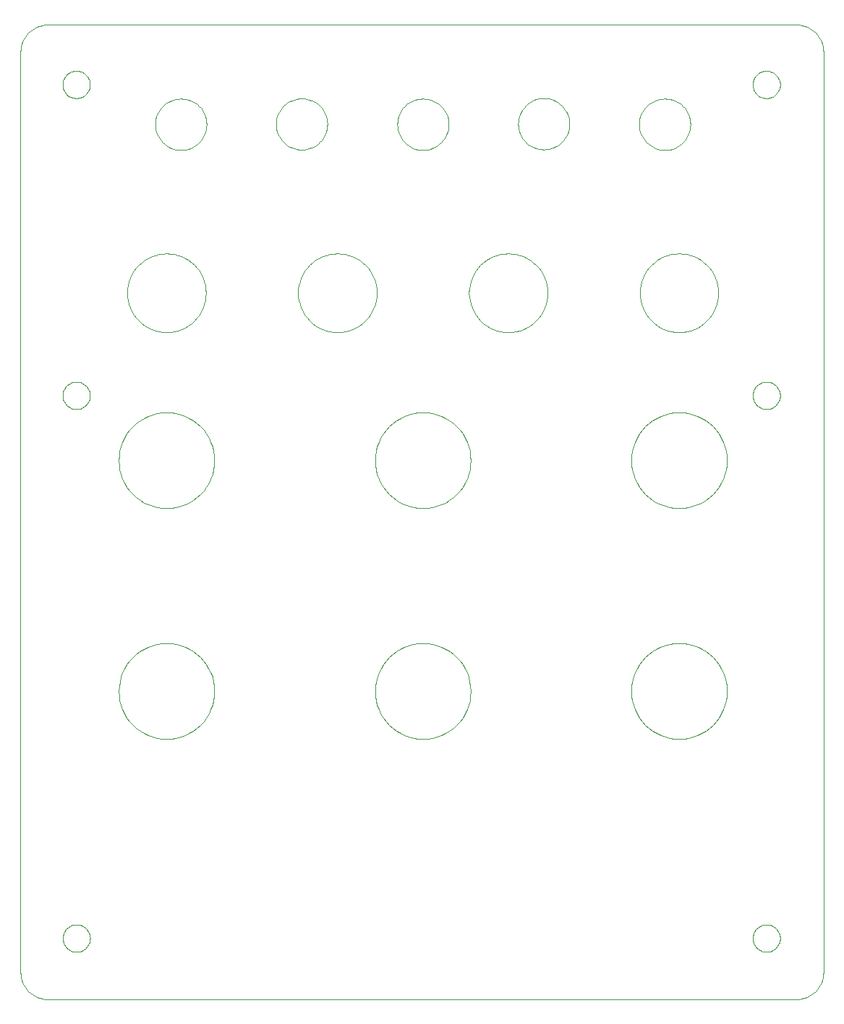
<source format=gbr>
G04 #@! TF.GenerationSoftware,KiCad,Pcbnew,(5.1.2)-2*
G04 #@! TF.CreationDate,2021-03-25T17:04:22+00:00*
G04 #@! TF.ProjectId,pclone2,70636c6f-6e65-4322-9e6b-696361645f70,rev?*
G04 #@! TF.SameCoordinates,Original*
G04 #@! TF.FileFunction,Profile,NP*
%FSLAX46Y46*%
G04 Gerber Fmt 4.6, Leading zero omitted, Abs format (unit mm)*
G04 Created by KiCad (PCBNEW (5.1.2)-2) date 2021-03-25 17:04:22*
%MOMM*%
%LPD*%
G04 APERTURE LIST*
%ADD10C,0.100000*%
G04 APERTURE END LIST*
D10*
X-43695410Y57100006D02*
X43895410Y57100006D01*
X43895410Y57100006D02*
X44223967Y57083648D01*
X44223967Y57083648D02*
X44542825Y57035623D01*
X44542825Y57035623D02*
X44850398Y56957507D01*
X44850398Y56957507D02*
X45145100Y56850872D01*
X45145100Y56850872D02*
X45425344Y56717295D01*
X45425344Y56717295D02*
X45689542Y56558349D01*
X45689542Y56558349D02*
X45936110Y56375608D01*
X45936110Y56375608D02*
X46163459Y56170648D01*
X46163459Y56170648D02*
X46370003Y55945043D01*
X46370003Y55945043D02*
X46554156Y55700367D01*
X46554156Y55700367D02*
X46714330Y55438195D01*
X46714330Y55438195D02*
X46848940Y55160101D01*
X46848940Y55160101D02*
X46956399Y54867660D01*
X46956399Y54867660D02*
X47035119Y54562445D01*
X47035119Y54562445D02*
X47083509Y54246033D01*
X47083509Y54246033D02*
X47100000Y53919996D01*
X47100000Y53919996D02*
X47100000Y-53719990D01*
X47100000Y-53719990D02*
X47083520Y-54046030D01*
X47083520Y-54046030D02*
X47035130Y-54362440D01*
X-34444696Y-17732840D02*
X-34122320Y-17301734D01*
X-34122320Y-17301734D02*
X-33760886Y-16904056D01*
X-33760886Y-16904056D02*
X-33363208Y-16542621D01*
X-33363208Y-16542621D02*
X-32932101Y-16220246D01*
X-32932101Y-16220246D02*
X-32470380Y-15939744D01*
X-32470380Y-15939744D02*
X-31980861Y-15703930D01*
X-31980861Y-15703930D02*
X-31466357Y-15515619D01*
X-31466357Y-15515619D02*
X-30929683Y-15377626D01*
X-30929683Y-15377626D02*
X-30373655Y-15292766D01*
X-30373655Y-15292766D02*
X-29801088Y-15263856D01*
X-29801088Y-15263856D02*
X-29228521Y-15292766D01*
X-29228521Y-15292766D02*
X-28672493Y-15377626D01*
X-28672493Y-15377626D02*
X-28135819Y-15515619D01*
X-28135819Y-15515619D02*
X-27621316Y-15703930D01*
X-27621316Y-15703930D02*
X-27131796Y-15939744D01*
X-27131796Y-15939744D02*
X-26670075Y-16220246D01*
X-26670075Y-16220246D02*
X-26238968Y-16542621D01*
X-26238968Y-16542621D02*
X-25841290Y-16904056D01*
X-25841290Y-16904056D02*
X-25479856Y-17301734D01*
X-25479856Y-17301734D02*
X-25157480Y-17732840D01*
X-25157480Y-17732840D02*
X-24876978Y-18194561D01*
X-24876978Y-18194561D02*
X-24641164Y-18684081D01*
X-24641164Y-18684081D02*
X-24452853Y-19198585D01*
X-24452853Y-19198585D02*
X-24314860Y-19735258D01*
X-24314860Y-19735258D02*
X-24230000Y-20291286D01*
X-24230000Y-20291286D02*
X-24201090Y-20863853D01*
X-24201090Y-20863853D02*
X-24201090Y-20863853D01*
X-24201090Y-20863853D02*
X-24201100Y-20863853D01*
X42023401Y13735546D02*
X42015601Y13577406D01*
X42015601Y13577406D02*
X41992401Y13421944D01*
X41992401Y13421944D02*
X41954271Y13270210D01*
X41954271Y13270210D02*
X41901641Y13123252D01*
X41901641Y13123252D02*
X41834941Y12982121D01*
X41834941Y12982121D02*
X41754611Y12847865D01*
X41754611Y12847865D02*
X41661091Y12721533D01*
X41661091Y12721533D02*
X41554805Y12604175D01*
X41554805Y12604175D02*
X41437447Y12497889D01*
X41437447Y12497889D02*
X41311115Y12404369D01*
X41311115Y12404369D02*
X41176859Y12324039D01*
X41176859Y12324039D02*
X41035728Y12257339D01*
X41035728Y12257339D02*
X40888770Y12204709D01*
X40888770Y12204709D02*
X40737036Y12166579D01*
X40737036Y12166579D02*
X40581574Y12143379D01*
X40581574Y12143379D02*
X40423434Y12135579D01*
X40423434Y12135579D02*
X40265294Y12143379D01*
X40265294Y12143379D02*
X40109832Y12166579D01*
X40109832Y12166579D02*
X39958098Y12204709D01*
X39958098Y12204709D02*
X39811140Y12257339D01*
X39811140Y12257339D02*
X39670009Y12324039D01*
X39670009Y12324039D02*
X39535753Y12404369D01*
X39535753Y12404369D02*
X39409421Y12497889D01*
X39409421Y12497889D02*
X39292063Y12604175D01*
X39292063Y12604175D02*
X39185777Y12721533D01*
X39185777Y12721533D02*
X39092257Y12847865D01*
X39092257Y12847865D02*
X39011927Y12982121D01*
X39011927Y12982121D02*
X38945227Y13123252D01*
X38945227Y13123252D02*
X38892597Y13270210D01*
X38892597Y13270210D02*
X38854467Y13421944D01*
X38854467Y13421944D02*
X38831267Y13577406D01*
X38831267Y13577406D02*
X38823467Y13735546D01*
X38823467Y13735546D02*
X38831267Y13893686D01*
X38831267Y13893686D02*
X38854467Y14049148D01*
X38854467Y14049148D02*
X38892597Y14200882D01*
X38892597Y14200882D02*
X38945227Y14347840D01*
X38945227Y14347840D02*
X39011927Y14488971D01*
X39011927Y14488971D02*
X39092257Y14623227D01*
X39092257Y14623227D02*
X39185777Y14749559D01*
X39185777Y14749559D02*
X39292063Y14866917D01*
X39292063Y14866917D02*
X39409421Y14973203D01*
X39409421Y14973203D02*
X39535753Y15066723D01*
X39535753Y15066723D02*
X39670009Y15147053D01*
X39670009Y15147053D02*
X39811140Y15213753D01*
X39811140Y15213753D02*
X39958098Y15266383D01*
X39958098Y15266383D02*
X40109832Y15304513D01*
X40109832Y15304513D02*
X40265294Y15327713D01*
X40265294Y15327713D02*
X40423434Y15335513D01*
X40423434Y15335513D02*
X40581574Y15327713D01*
X40581574Y15327713D02*
X40737036Y15304513D01*
X40737036Y15304513D02*
X40888770Y15266383D01*
X40888770Y15266383D02*
X41035728Y15213753D01*
X41035728Y15213753D02*
X41176859Y15147053D01*
X41176859Y15147053D02*
X41311115Y15066723D01*
X41311115Y15066723D02*
X41437447Y14973203D01*
X41437447Y14973203D02*
X41554805Y14866917D01*
X41554805Y14866917D02*
X41661091Y14749559D01*
X41661091Y14749559D02*
X41754611Y14623227D01*
X41754611Y14623227D02*
X41834941Y14488971D01*
X41834941Y14488971D02*
X41901641Y14347840D01*
X41901641Y14347840D02*
X41954271Y14200882D01*
X41954271Y14200882D02*
X41992401Y14049148D01*
X41992401Y14049148D02*
X42015601Y13893686D01*
X42015601Y13893686D02*
X42023401Y13735546D01*
X42023401Y13735546D02*
X42023401Y13735546D01*
X42023401Y13735546D02*
X42023401Y13735546D01*
X42023401Y-49765550D02*
X42015601Y-49923690D01*
X42015601Y-49923690D02*
X41992401Y-50079150D01*
X41992401Y-50079150D02*
X41954271Y-50230890D01*
X41954271Y-50230890D02*
X41901641Y-50377840D01*
X41901641Y-50377840D02*
X41834941Y-50518970D01*
X41834941Y-50518970D02*
X41754611Y-50653230D01*
X41754611Y-50653230D02*
X41661091Y-50779560D01*
X41661091Y-50779560D02*
X41554805Y-50896920D01*
X41554805Y-50896920D02*
X41437447Y-51003210D01*
X41437447Y-51003210D02*
X41311115Y-51096710D01*
X41311115Y-51096710D02*
X41176859Y-51177010D01*
X41176859Y-51177010D02*
X41035728Y-51243710D01*
X41035728Y-51243710D02*
X40888770Y-51296310D01*
X40888770Y-51296310D02*
X40737036Y-51334410D01*
X40737036Y-51334410D02*
X40581574Y-51357610D01*
X40581574Y-51357610D02*
X40423434Y-51365610D01*
X40423434Y-51365610D02*
X40265294Y-51357610D01*
X40265294Y-51357610D02*
X40109832Y-51334410D01*
X40109832Y-51334410D02*
X39958098Y-51296310D01*
X39958098Y-51296310D02*
X39811140Y-51243710D01*
X39811140Y-51243710D02*
X39670009Y-51177010D01*
X39670009Y-51177010D02*
X39535753Y-51096710D01*
X39535753Y-51096710D02*
X39409421Y-51003210D01*
X39409421Y-51003210D02*
X39292063Y-50896920D01*
X39292063Y-50896920D02*
X39185777Y-50779560D01*
X39185777Y-50779560D02*
X39092257Y-50653230D01*
X39092257Y-50653230D02*
X39011927Y-50518970D01*
X39011927Y-50518970D02*
X38945227Y-50377840D01*
X38945227Y-50377840D02*
X38892597Y-50230890D01*
X38892597Y-50230890D02*
X38854467Y-50079150D01*
X38854467Y-50079150D02*
X38831267Y-49923690D01*
X38831267Y-49923690D02*
X38823467Y-49765550D01*
X38823467Y-49765550D02*
X38831267Y-49607410D01*
X38831267Y-49607410D02*
X38854467Y-49451950D01*
X38854467Y-49451950D02*
X38892597Y-49300210D01*
X38892597Y-49300210D02*
X38945227Y-49153260D01*
X38945227Y-49153260D02*
X39011927Y-49012130D01*
X39011927Y-49012130D02*
X39092257Y-48877870D01*
X39092257Y-48877870D02*
X39185777Y-48751540D01*
X39185777Y-48751540D02*
X39292063Y-48634180D01*
X39292063Y-48634180D02*
X39409421Y-48527890D01*
X39409421Y-48527890D02*
X39535753Y-48434390D01*
X39535753Y-48434390D02*
X39670009Y-48354090D01*
X39670009Y-48354090D02*
X39811140Y-48287390D01*
X39811140Y-48287390D02*
X39958098Y-48234790D01*
X39958098Y-48234790D02*
X40109832Y-48196690D01*
X40109832Y-48196690D02*
X40265294Y-48173490D01*
X40265294Y-48173490D02*
X40423434Y-48165490D01*
X40423434Y-48165490D02*
X40581574Y-48173490D01*
X40581574Y-48173490D02*
X40737036Y-48196690D01*
X40737036Y-48196690D02*
X40888770Y-48234790D01*
X40888770Y-48234790D02*
X41035728Y-48287390D01*
X41035728Y-48287390D02*
X41176859Y-48354090D01*
X41176859Y-48354090D02*
X41311115Y-48434390D01*
X41311115Y-48434390D02*
X41437447Y-48527890D01*
X41437447Y-48527890D02*
X41554805Y-48634180D01*
X41554805Y-48634180D02*
X41661091Y-48751540D01*
X41661091Y-48751540D02*
X41754611Y-48877870D01*
X41754611Y-48877870D02*
X41834941Y-49012130D01*
X41834941Y-49012130D02*
X41901641Y-49153260D01*
X41901641Y-49153260D02*
X41954271Y-49300210D01*
X41954271Y-49300210D02*
X41992401Y-49451950D01*
X41992401Y-49451950D02*
X42015601Y-49607410D01*
X42015601Y-49607410D02*
X42023401Y-49765550D01*
X42023401Y-49765550D02*
X42023401Y-49765550D01*
X42023401Y-49765550D02*
X42023401Y-49765550D01*
X-38755600Y-49765550D02*
X-38763430Y-49923690D01*
X-38763430Y-49923690D02*
X-38786628Y-50079150D01*
X-38786628Y-50079150D02*
X-38824762Y-50230890D01*
X-38824762Y-50230890D02*
X-38877393Y-50377840D01*
X-38877393Y-50377840D02*
X-38944091Y-50518970D01*
X-38944091Y-50518970D02*
X-39024420Y-50653230D01*
X-39024420Y-50653230D02*
X-39117945Y-50779560D01*
X-39117945Y-50779560D02*
X-39224230Y-50896920D01*
X-39224230Y-50896920D02*
X-39341589Y-51003210D01*
X-39341589Y-51003210D02*
X-39467920Y-51096710D01*
X-39467920Y-51096710D02*
X-39602176Y-51177010D01*
X-39602176Y-51177010D02*
X-39743308Y-51243710D01*
X-39743308Y-51243710D02*
X-39890265Y-51296310D01*
X-39890265Y-51296310D02*
X-40041999Y-51334410D01*
X-40041999Y-51334410D02*
X-40197461Y-51357610D01*
X-40197461Y-51357610D02*
X-40355601Y-51365610D01*
X-40355601Y-51365610D02*
X-40513742Y-51357610D01*
X-40513742Y-51357610D02*
X-40669203Y-51334410D01*
X-40669203Y-51334410D02*
X-40820937Y-51296310D01*
X-40820937Y-51296310D02*
X-40967895Y-51243710D01*
X-40967895Y-51243710D02*
X-41109026Y-51177010D01*
X-41109026Y-51177010D02*
X-41243282Y-51096710D01*
X-41243282Y-51096710D02*
X-41369614Y-51003210D01*
X-41369614Y-51003210D02*
X-41486972Y-50896920D01*
X-41486972Y-50896920D02*
X-41593258Y-50779560D01*
X-41593258Y-50779560D02*
X-41686783Y-50653230D01*
X-41686783Y-50653230D02*
X-41767111Y-50518970D01*
X-41767111Y-50518970D02*
X-41833809Y-50377840D01*
X-41833809Y-50377840D02*
X-41886441Y-50230890D01*
X-41886441Y-50230890D02*
X-41924574Y-50079150D01*
X-41924574Y-50079150D02*
X-41947772Y-49923690D01*
X-41947772Y-49923690D02*
X-41955602Y-49765550D01*
X-41955602Y-49765550D02*
X-41947772Y-49607410D01*
X-41947772Y-49607410D02*
X-41924574Y-49451950D01*
X-41924574Y-49451950D02*
X-41886441Y-49300210D01*
X-41886441Y-49300210D02*
X-41833809Y-49153260D01*
X-41833809Y-49153260D02*
X-41767111Y-49012130D01*
X-41767111Y-49012130D02*
X-41686783Y-48877870D01*
X-41686783Y-48877870D02*
X-41593258Y-48751540D01*
X-41593258Y-48751540D02*
X-41486972Y-48634180D01*
X-41486972Y-48634180D02*
X-41369614Y-48527890D01*
X-41369614Y-48527890D02*
X-41243282Y-48434390D01*
X-41243282Y-48434390D02*
X-41109026Y-48354090D01*
X-41109026Y-48354090D02*
X-40967895Y-48287390D01*
X-40967895Y-48287390D02*
X-40820937Y-48234790D01*
X-40820937Y-48234790D02*
X-40669203Y-48196690D01*
X-40669203Y-48196690D02*
X-40513742Y-48173490D01*
X-40513742Y-48173490D02*
X-40355601Y-48165490D01*
X-40355601Y-48165490D02*
X-40197461Y-48173490D01*
X-40197461Y-48173490D02*
X-40041999Y-48196690D01*
X-40041999Y-48196690D02*
X-39890265Y-48234790D01*
X-39890265Y-48234790D02*
X-39743308Y-48287390D01*
X-39743308Y-48287390D02*
X-39602176Y-48354090D01*
X-39602176Y-48354090D02*
X-39467920Y-48434390D01*
X-39467920Y-48434390D02*
X-39341589Y-48527890D01*
X-39341589Y-48527890D02*
X-39224230Y-48634180D01*
X-39224230Y-48634180D02*
X-39117945Y-48751540D01*
X-39117945Y-48751540D02*
X-39024420Y-48877870D01*
X-39024420Y-48877870D02*
X-38944091Y-49012130D01*
X-38944091Y-49012130D02*
X-38877393Y-49153260D01*
X-38877393Y-49153260D02*
X-38824762Y-49300210D01*
X-38824762Y-49300210D02*
X-38786628Y-49451950D01*
X-38786628Y-49451950D02*
X-38763430Y-49607410D01*
X-38763430Y-49607410D02*
X-38755600Y-49765550D01*
X-38755600Y-49765550D02*
X-38755600Y-49765550D01*
X-38755600Y-49765550D02*
X-38755600Y-49765550D01*
X-38776701Y13735546D02*
X-38784531Y13577406D01*
X-38784531Y13577406D02*
X-38807728Y13421944D01*
X-38807728Y13421944D02*
X-38845861Y13270210D01*
X-38845861Y13270210D02*
X-38898494Y13123253D01*
X-38898494Y13123253D02*
X-38965192Y12982121D01*
X-38965192Y12982121D02*
X-39045519Y12847865D01*
X-39045519Y12847865D02*
X-39139044Y12721533D01*
X-39139044Y12721533D02*
X-39245330Y12604175D01*
X-39245330Y12604175D02*
X-39362689Y12497889D01*
X-39362689Y12497889D02*
X-39489020Y12404369D01*
X-39489020Y12404369D02*
X-39623277Y12324039D01*
X-39623277Y12324039D02*
X-39764408Y12257339D01*
X-39764408Y12257339D02*
X-39911365Y12204709D01*
X-39911365Y12204709D02*
X-40063099Y12166579D01*
X-40063099Y12166579D02*
X-40218561Y12143379D01*
X-40218561Y12143379D02*
X-40376701Y12135579D01*
X-40376701Y12135579D02*
X-40534841Y12143379D01*
X-40534841Y12143379D02*
X-40690303Y12166579D01*
X-40690303Y12166579D02*
X-40842037Y12204709D01*
X-40842037Y12204709D02*
X-40988995Y12257339D01*
X-40988995Y12257339D02*
X-41130126Y12324039D01*
X-41130126Y12324039D02*
X-41264381Y12404365D01*
X-41264381Y12404365D02*
X-41390713Y12497889D01*
X-41390713Y12497889D02*
X-41508071Y12604175D01*
X-41508071Y12604175D02*
X-41614357Y12721533D01*
X-41614357Y12721533D02*
X-41707882Y12847865D01*
X-41707882Y12847865D02*
X-41788210Y12982121D01*
X-41788210Y12982121D02*
X-41854908Y13123253D01*
X-41854908Y13123253D02*
X-41907540Y13270210D01*
X-41907540Y13270210D02*
X-41945673Y13421944D01*
X-41945673Y13421944D02*
X-41968871Y13577406D01*
X-41968871Y13577406D02*
X-41976701Y13735546D01*
X-41976701Y13735546D02*
X-41968871Y13893686D01*
X-41968871Y13893686D02*
X-41945673Y14049148D01*
X-41945673Y14049148D02*
X-41907540Y14200882D01*
X-41907540Y14200882D02*
X-41854908Y14347839D01*
X-41854908Y14347839D02*
X-41788210Y14488971D01*
X-41788210Y14488971D02*
X-41707882Y14623227D01*
X-41707882Y14623227D02*
X-41614357Y14749559D01*
X-41614357Y14749559D02*
X-41508071Y14866917D01*
X-41508071Y14866917D02*
X-41390713Y14973203D01*
X-41390713Y14973203D02*
X-41264381Y15066723D01*
X-41264381Y15066723D02*
X-41130125Y15147053D01*
X-41130125Y15147053D02*
X-40988994Y15213753D01*
X-40988994Y15213753D02*
X-40842036Y15266383D01*
X-40842036Y15266383D02*
X-40690302Y15304513D01*
X-40690302Y15304513D02*
X-40534841Y15327713D01*
X-40534841Y15327713D02*
X-40376700Y15335513D01*
X-40376700Y15335513D02*
X-40218560Y15327713D01*
X-40218560Y15327713D02*
X-40063098Y15304513D01*
X-40063098Y15304513D02*
X-39911364Y15266383D01*
X-39911364Y15266383D02*
X-39764407Y15213753D01*
X-39764407Y15213753D02*
X-39623276Y15147053D01*
X-39623276Y15147053D02*
X-39489019Y15066723D01*
X-39489019Y15066723D02*
X-39362688Y14973203D01*
X-39362688Y14973203D02*
X-39245329Y14866917D01*
X-39245329Y14866917D02*
X-39139044Y14749559D01*
X-39139044Y14749559D02*
X-39045519Y14623227D01*
X-39045519Y14623227D02*
X-38965191Y14488971D01*
X-38965191Y14488971D02*
X-38898493Y14347839D01*
X-38898493Y14347839D02*
X-38845861Y14200882D01*
X-38845861Y14200882D02*
X-38807728Y14049148D01*
X-38807728Y14049148D02*
X-38784530Y13893686D01*
X-38784530Y13893686D02*
X-38776700Y13735546D01*
X-38776700Y13735546D02*
X-38776700Y13735546D01*
X-38776700Y13735546D02*
X-38776701Y13735546D01*
X-38777000Y50099947D02*
X-38784830Y49941806D01*
X-38784830Y49941806D02*
X-38808028Y49786344D01*
X-38808028Y49786344D02*
X-38846161Y49634610D01*
X-38846161Y49634610D02*
X-38898793Y49487653D01*
X-38898793Y49487653D02*
X-38965491Y49346522D01*
X-38965491Y49346522D02*
X-39045819Y49212266D01*
X-39045819Y49212266D02*
X-39139344Y49085934D01*
X-39139344Y49085934D02*
X-39245629Y48968576D01*
X-39245629Y48968576D02*
X-39362988Y48862290D01*
X-39362988Y48862290D02*
X-39489320Y48768765D01*
X-39489320Y48768765D02*
X-39623576Y48688437D01*
X-39623576Y48688437D02*
X-39764707Y48621739D01*
X-39764707Y48621739D02*
X-39911664Y48569107D01*
X-39911664Y48569107D02*
X-40063398Y48530974D01*
X-40063398Y48530974D02*
X-40218860Y48507776D01*
X-40218860Y48507776D02*
X-40377000Y48499947D01*
X-40377000Y48499947D02*
X-40535141Y48507776D01*
X-40535141Y48507776D02*
X-40690602Y48530974D01*
X-40690602Y48530974D02*
X-40842337Y48569107D01*
X-40842337Y48569107D02*
X-40989294Y48621739D01*
X-40989294Y48621739D02*
X-41130425Y48688437D01*
X-41130425Y48688437D02*
X-41264681Y48768765D01*
X-41264681Y48768765D02*
X-41391013Y48862290D01*
X-41391013Y48862290D02*
X-41508371Y48968576D01*
X-41508371Y48968576D02*
X-41614657Y49085934D01*
X-41614657Y49085934D02*
X-41708181Y49212266D01*
X-41708181Y49212266D02*
X-41788510Y49346522D01*
X-41788510Y49346522D02*
X-41855207Y49487653D01*
X-41855207Y49487653D02*
X-41907840Y49634610D01*
X-41907840Y49634610D02*
X-41945973Y49786344D01*
X-41945973Y49786344D02*
X-41969171Y49941806D01*
X-41969171Y49941806D02*
X-41977000Y50099947D01*
X-41977000Y50099947D02*
X-41969171Y50258087D01*
X-41969171Y50258087D02*
X-41945973Y50413549D01*
X-41945973Y50413549D02*
X-41907840Y50565283D01*
X-41907840Y50565283D02*
X-41855207Y50712240D01*
X-41855207Y50712240D02*
X-41788510Y50853371D01*
X-41788510Y50853371D02*
X-41708181Y50987627D01*
X-41708181Y50987627D02*
X-41614657Y51113959D01*
X-41614657Y51113959D02*
X-41508371Y51231317D01*
X-41508371Y51231317D02*
X-41391013Y51337603D01*
X-41391013Y51337603D02*
X-41264681Y51431128D01*
X-41264681Y51431128D02*
X-41130425Y51511456D01*
X-41130425Y51511456D02*
X-40989294Y51578154D01*
X-40989294Y51578154D02*
X-40842337Y51630786D01*
X-40842337Y51630786D02*
X-40690602Y51668919D01*
X-40690602Y51668919D02*
X-40535141Y51692117D01*
X-40535141Y51692117D02*
X-40377000Y51699947D01*
X-40377000Y51699947D02*
X-40218860Y51692117D01*
X-40218860Y51692117D02*
X-40063398Y51668919D01*
X-40063398Y51668919D02*
X-39911664Y51630786D01*
X-39911664Y51630786D02*
X-39764707Y51578154D01*
X-39764707Y51578154D02*
X-39623576Y51511456D01*
X-39623576Y51511456D02*
X-39489320Y51431128D01*
X-39489320Y51431128D02*
X-39362988Y51337604D01*
X-39362988Y51337604D02*
X-39245629Y51231318D01*
X-39245629Y51231318D02*
X-39139344Y51113960D01*
X-39139344Y51113960D02*
X-39045820Y50987628D01*
X-39045820Y50987628D02*
X-38965492Y50853372D01*
X-38965492Y50853372D02*
X-38898794Y50712241D01*
X-38898794Y50712241D02*
X-38846162Y50565283D01*
X-38846162Y50565283D02*
X-38808029Y50413549D01*
X-38808029Y50413549D02*
X-38784831Y50258088D01*
X-38784831Y50258088D02*
X-38777001Y50099947D01*
X-38777001Y50099947D02*
X-38777001Y50099947D01*
X-38777001Y50099947D02*
X-38777000Y50099947D01*
X42022996Y50099947D02*
X42014696Y49936356D01*
X42014696Y49936356D02*
X41990446Y49777491D01*
X41990446Y49777491D02*
X41951016Y49624156D01*
X41951016Y49624156D02*
X41897216Y49477155D01*
X41897216Y49477155D02*
X41829846Y49337292D01*
X41829846Y49337292D02*
X41749706Y49205372D01*
X41749706Y49205372D02*
X41554332Y48968576D01*
X41554332Y48968576D02*
X41317537Y48773202D01*
X41317537Y48773202D02*
X41185617Y48693058D01*
X41185617Y48693058D02*
X41045754Y48625683D01*
X41045754Y48625683D02*
X40898753Y48571880D01*
X40898753Y48571880D02*
X40745418Y48532453D01*
X40745418Y48532453D02*
X40586553Y48508207D01*
X40586553Y48508207D02*
X40422962Y48499947D01*
X40422962Y48499947D02*
X40264822Y48507777D01*
X40264822Y48507777D02*
X40109395Y48530974D01*
X40109395Y48530974D02*
X39957661Y48569107D01*
X39957661Y48569107D02*
X39810704Y48621739D01*
X39810704Y48621739D02*
X39669572Y48688437D01*
X39669572Y48688437D02*
X39535316Y48768765D01*
X39535316Y48768765D02*
X39408984Y48862290D01*
X39408984Y48862290D02*
X39291626Y48968576D01*
X39291626Y48968576D02*
X39185340Y49085934D01*
X39185340Y49085934D02*
X39091816Y49212266D01*
X39091816Y49212266D02*
X39011487Y49346522D01*
X39011487Y49346522D02*
X38944790Y49487653D01*
X38944790Y49487653D02*
X38892160Y49634610D01*
X38892160Y49634610D02*
X38854030Y49786344D01*
X38854030Y49786344D02*
X38830830Y49941806D01*
X38830830Y49941806D02*
X38823030Y50099947D01*
X38823030Y50099947D02*
X38830830Y50258087D01*
X38830830Y50258087D02*
X38854030Y50413549D01*
X38854030Y50413549D02*
X38892160Y50565283D01*
X38892160Y50565283D02*
X38944790Y50712240D01*
X38944790Y50712240D02*
X39011490Y50853371D01*
X39011490Y50853371D02*
X39091820Y50987627D01*
X39091820Y50987627D02*
X39185340Y51113959D01*
X39185340Y51113959D02*
X39291626Y51231317D01*
X39291626Y51231317D02*
X39408984Y51337603D01*
X39408984Y51337603D02*
X39535316Y51431128D01*
X39535316Y51431128D02*
X39669572Y51511456D01*
X39669572Y51511456D02*
X39810704Y51578154D01*
X39810704Y51578154D02*
X39957661Y51630786D01*
X39957661Y51630786D02*
X40109395Y51668919D01*
X40109395Y51668919D02*
X40264857Y51692117D01*
X40264857Y51692117D02*
X40422997Y51699947D01*
X40422997Y51699947D02*
X40586588Y51691687D01*
X40586588Y51691687D02*
X40745453Y51667441D01*
X40745453Y51667441D02*
X40898788Y51628015D01*
X40898788Y51628015D02*
X41045789Y51574212D01*
X41045789Y51574212D02*
X41185652Y51506837D01*
X41185652Y51506837D02*
X41317572Y51426693D01*
X41317572Y51426693D02*
X41554367Y51231319D01*
X41554367Y51231319D02*
X41749741Y50994523D01*
X41749741Y50994523D02*
X41829881Y50862603D01*
X41829881Y50862603D02*
X41897251Y50722740D01*
X41897251Y50722740D02*
X41951051Y50575739D01*
X41951051Y50575739D02*
X41990481Y50422404D01*
X41990481Y50422404D02*
X42014731Y50263539D01*
X42014731Y50263539D02*
X42023031Y50099948D01*
X42023031Y50099948D02*
X42023031Y50099948D01*
X42023031Y50099948D02*
X42022996Y50099947D01*
X47035130Y-54362440D02*
X46956410Y-54667650D01*
X46956410Y-54667650D02*
X46848951Y-54960100D01*
X46848951Y-54960100D02*
X46714341Y-55238190D01*
X46714341Y-55238190D02*
X46554167Y-55500360D01*
X46554167Y-55500360D02*
X46370014Y-55745040D01*
X46370014Y-55745040D02*
X46163470Y-55970640D01*
X46163470Y-55970640D02*
X45936121Y-56175600D01*
X45936121Y-56175600D02*
X45689553Y-56358340D01*
X45689553Y-56358340D02*
X45425355Y-56517290D01*
X45425355Y-56517290D02*
X45145111Y-56650870D01*
X45145111Y-56650870D02*
X44850409Y-56757500D01*
X44850409Y-56757500D02*
X44542836Y-56835600D01*
X44542836Y-56835600D02*
X44223978Y-56883600D01*
X44223978Y-56883600D02*
X43895410Y-56900000D01*
X43895410Y-56900000D02*
X-43695410Y-56900000D01*
X-43695410Y-56900000D02*
X-44023967Y-56883600D01*
X-44023967Y-56883600D02*
X-44342825Y-56835600D01*
X-44342825Y-56835600D02*
X-44650398Y-56757500D01*
X-44650398Y-56757500D02*
X-44945100Y-56650870D01*
X-44945100Y-56650870D02*
X-45225344Y-56517290D01*
X-45225344Y-56517290D02*
X-45489542Y-56358340D01*
X-45489542Y-56358340D02*
X-45736110Y-56175600D01*
X-45736110Y-56175600D02*
X-45963459Y-55970640D01*
X-45963459Y-55970640D02*
X-46170003Y-55745040D01*
X-46170003Y-55745040D02*
X-46354156Y-55500360D01*
X-46354156Y-55500360D02*
X-46514330Y-55238190D01*
X-46514330Y-55238190D02*
X-46648940Y-54960100D01*
X-46648940Y-54960100D02*
X-46756399Y-54667650D01*
X-46756399Y-54667650D02*
X-46835120Y-54362440D01*
X-46835120Y-54362440D02*
X-46883516Y-54046030D01*
X-46883516Y-54046030D02*
X-46900000Y-53719990D01*
X-46900000Y-53719990D02*
X-46900000Y53919996D01*
X-46900000Y53919996D02*
X-46883515Y54246033D01*
X-46883515Y54246033D02*
X-46835120Y54562445D01*
X-46835120Y54562445D02*
X-46756399Y54867660D01*
X-46756399Y54867660D02*
X-46648940Y55160101D01*
X-46648940Y55160101D02*
X-46514330Y55438195D01*
X-46514330Y55438195D02*
X-46354156Y55700367D01*
X-46354156Y55700367D02*
X-46170003Y55945043D01*
X-46170003Y55945043D02*
X-45963459Y56170648D01*
X-45963459Y56170648D02*
X-45736110Y56375608D01*
X-45736110Y56375608D02*
X-45489542Y56558349D01*
X-45489542Y56558349D02*
X-45225344Y56717295D01*
X-45225344Y56717295D02*
X-44945100Y56850872D01*
X-44945100Y56850872D02*
X-44650398Y56957507D01*
X-44650398Y56957507D02*
X-44342825Y57035623D01*
X-44342825Y57035623D02*
X-44023967Y57083648D01*
X-44023967Y57083648D02*
X-43695410Y57100006D01*
X-43695410Y57100006D02*
X-43695410Y57100006D01*
X-43695410Y57100006D02*
X-43695410Y57100006D01*
X-25125101Y45454247D02*
X-25139781Y45157734D01*
X-25139781Y45157734D02*
X-25183281Y44866243D01*
X-25183281Y44866243D02*
X-25254781Y44581742D01*
X-25254781Y44581742D02*
X-25353461Y44306197D01*
X-25353461Y44306197D02*
X-25478520Y44041576D01*
X-25478520Y44041576D02*
X-25629135Y43789845D01*
X-25629135Y43789845D02*
X-25804494Y43552973D01*
X-25804494Y43552973D02*
X-26003780Y43332927D01*
X-26003780Y43332927D02*
X-26223826Y43133641D01*
X-26223826Y43133641D02*
X-26460698Y42958282D01*
X-26460698Y42958282D02*
X-26712429Y42807667D01*
X-26712429Y42807667D02*
X-26977050Y42682608D01*
X-26977050Y42682608D02*
X-27252595Y42583928D01*
X-27252595Y42583928D02*
X-27537096Y42512428D01*
X-27537096Y42512428D02*
X-27828587Y42468928D01*
X-27828587Y42468928D02*
X-28125100Y42454248D01*
X-28125100Y42454248D02*
X-28421613Y42468928D01*
X-28421613Y42468928D02*
X-28713104Y42512428D01*
X-28713104Y42512428D02*
X-28997605Y42583928D01*
X-28997605Y42583928D02*
X-29273150Y42682608D01*
X-29273150Y42682608D02*
X-29537771Y42807667D01*
X-29537771Y42807667D02*
X-29789502Y42958282D01*
X-29789502Y42958282D02*
X-30026374Y43133641D01*
X-30026374Y43133641D02*
X-30246420Y43332927D01*
X-30246420Y43332927D02*
X-30445706Y43552973D01*
X-30445706Y43552973D02*
X-30621065Y43789845D01*
X-30621065Y43789845D02*
X-30771680Y44041576D01*
X-30771680Y44041576D02*
X-30896739Y44306197D01*
X-30896739Y44306197D02*
X-30995419Y44581742D01*
X-30995419Y44581742D02*
X-31066919Y44866243D01*
X-31066919Y44866243D02*
X-31110419Y45157734D01*
X-31110419Y45157734D02*
X-31125099Y45454247D01*
X-31125099Y45454247D02*
X-31110419Y45750760D01*
X-31110419Y45750760D02*
X-31066919Y46042251D01*
X-31066919Y46042251D02*
X-30995419Y46326753D01*
X-30995419Y46326753D02*
X-30896729Y46602297D01*
X-30896729Y46602297D02*
X-30771671Y46866919D01*
X-30771671Y46866919D02*
X-30621055Y47118649D01*
X-30621055Y47118649D02*
X-30445697Y47355521D01*
X-30445697Y47355521D02*
X-30246411Y47575568D01*
X-30246411Y47575568D02*
X-30026364Y47774854D01*
X-30026364Y47774854D02*
X-29789492Y47950212D01*
X-29789492Y47950212D02*
X-29537762Y48100828D01*
X-29537762Y48100828D02*
X-29273140Y48225886D01*
X-29273140Y48225886D02*
X-28997596Y48324572D01*
X-28997596Y48324572D02*
X-28713094Y48396071D01*
X-28713094Y48396071D02*
X-28421603Y48439568D01*
X-28421603Y48439568D02*
X-28125090Y48454248D01*
X-28125090Y48454248D02*
X-27828577Y48439568D01*
X-27828577Y48439568D02*
X-27537086Y48396071D01*
X-27537086Y48396071D02*
X-27252584Y48324572D01*
X-27252584Y48324572D02*
X-26977040Y48225886D01*
X-26977040Y48225886D02*
X-26712418Y48100828D01*
X-26712418Y48100828D02*
X-26460688Y47950212D01*
X-26460688Y47950212D02*
X-26223816Y47774854D01*
X-26223816Y47774854D02*
X-26003769Y47575568D01*
X-26003769Y47575568D02*
X-25804483Y47355521D01*
X-25804483Y47355521D02*
X-25629125Y47118649D01*
X-25629125Y47118649D02*
X-25478509Y46866919D01*
X-25478509Y46866919D02*
X-25353451Y46602297D01*
X-25353451Y46602297D02*
X-25254761Y46326753D01*
X-25254761Y46326753D02*
X-25183261Y46042251D01*
X-25183261Y46042251D02*
X-25139761Y45750760D01*
X-25139761Y45750760D02*
X-25125081Y45454247D01*
X-25125081Y45454247D02*
X-25125081Y45454247D01*
X-25125081Y45454247D02*
X-25125101Y45454247D01*
X-10984402Y45487046D02*
X-10999082Y45190533D01*
X-10999082Y45190533D02*
X-11042582Y44899042D01*
X-11042582Y44899042D02*
X-11114082Y44614541D01*
X-11114082Y44614541D02*
X-11212772Y44338996D01*
X-11212772Y44338996D02*
X-11337831Y44074375D01*
X-11337831Y44074375D02*
X-11488446Y43822644D01*
X-11488446Y43822644D02*
X-11663805Y43585772D01*
X-11663805Y43585772D02*
X-11863091Y43365726D01*
X-11863091Y43365726D02*
X-12083137Y43166440D01*
X-12083137Y43166440D02*
X-12320009Y42991081D01*
X-12320009Y42991081D02*
X-12571740Y42840466D01*
X-12571740Y42840466D02*
X-12836361Y42715407D01*
X-12836361Y42715407D02*
X-13111906Y42616717D01*
X-13111906Y42616717D02*
X-13396407Y42545217D01*
X-13396407Y42545217D02*
X-13687898Y42501717D01*
X-13687898Y42501717D02*
X-13984411Y42487037D01*
X-13984411Y42487037D02*
X-14280924Y42501717D01*
X-14280924Y42501717D02*
X-14572415Y42545217D01*
X-14572415Y42545217D02*
X-14856916Y42616717D01*
X-14856916Y42616717D02*
X-15132461Y42715407D01*
X-15132461Y42715407D02*
X-15397082Y42840466D01*
X-15397082Y42840466D02*
X-15648813Y42991081D01*
X-15648813Y42991081D02*
X-15885685Y43166440D01*
X-15885685Y43166440D02*
X-16105731Y43365726D01*
X-16105731Y43365726D02*
X-16305017Y43585772D01*
X-16305017Y43585772D02*
X-16480376Y43822644D01*
X-16480376Y43822644D02*
X-16630991Y44074375D01*
X-16630991Y44074375D02*
X-16756050Y44338996D01*
X-16756050Y44338996D02*
X-16854730Y44614541D01*
X-16854730Y44614541D02*
X-16926230Y44899042D01*
X-16926230Y44899042D02*
X-16969730Y45190533D01*
X-16969730Y45190533D02*
X-16984410Y45487046D01*
X-16984410Y45487046D02*
X-16969730Y45783559D01*
X-16969730Y45783559D02*
X-16926230Y46075050D01*
X-16926230Y46075050D02*
X-16854730Y46359551D01*
X-16854730Y46359551D02*
X-16756040Y46635096D01*
X-16756040Y46635096D02*
X-16630981Y46899717D01*
X-16630981Y46899717D02*
X-16480366Y47151448D01*
X-16480366Y47151448D02*
X-16305008Y47388320D01*
X-16305008Y47388320D02*
X-16105721Y47608367D01*
X-16105721Y47608367D02*
X-15885675Y47807653D01*
X-15885675Y47807653D02*
X-15648803Y47983011D01*
X-15648803Y47983011D02*
X-15397072Y48133627D01*
X-15397072Y48133627D02*
X-15132451Y48258685D01*
X-15132451Y48258685D02*
X-14856906Y48357371D01*
X-14856906Y48357371D02*
X-14572405Y48428870D01*
X-14572405Y48428870D02*
X-14280914Y48472367D01*
X-14280914Y48472367D02*
X-13984401Y48487047D01*
X-13984401Y48487047D02*
X-13687888Y48472367D01*
X-13687888Y48472367D02*
X-13396397Y48428870D01*
X-13396397Y48428870D02*
X-13111896Y48357371D01*
X-13111896Y48357371D02*
X-12836351Y48258685D01*
X-12836351Y48258685D02*
X-12571730Y48133627D01*
X-12571730Y48133627D02*
X-12319999Y47983011D01*
X-12319999Y47983011D02*
X-12083127Y47807653D01*
X-12083127Y47807653D02*
X-11863081Y47608367D01*
X-11863081Y47608367D02*
X-11663794Y47388320D01*
X-11663794Y47388320D02*
X-11488436Y47151448D01*
X-11488436Y47151448D02*
X-11337821Y46899717D01*
X-11337821Y46899717D02*
X-11212762Y46635096D01*
X-11212762Y46635096D02*
X-11114072Y46359551D01*
X-11114072Y46359551D02*
X-11042572Y46075050D01*
X-11042572Y46075050D02*
X-10999072Y45783559D01*
X-10999072Y45783559D02*
X-10984392Y45487046D01*
X-10984392Y45487046D02*
X-10984392Y45487046D01*
X-10984392Y45487046D02*
X-10984402Y45487046D01*
X3209999Y45454247D02*
X3194509Y45147514D01*
X3194509Y45147514D02*
X3149049Y44849642D01*
X3149049Y44849642D02*
X3075119Y44562139D01*
X3075119Y44562139D02*
X2974238Y44286512D01*
X2974238Y44286512D02*
X2847909Y44024269D01*
X2847909Y44024269D02*
X2697640Y43776918D01*
X2697640Y43776918D02*
X2524939Y43545968D01*
X2524939Y43545968D02*
X2331313Y43332927D01*
X2331313Y43332927D02*
X2118272Y43139301D01*
X2118272Y43139301D02*
X1887322Y42966600D01*
X1887322Y42966600D02*
X1639971Y42816331D01*
X1639971Y42816331D02*
X1377728Y42690002D01*
X1377728Y42690002D02*
X1102101Y42589121D01*
X1102101Y42589121D02*
X814598Y42515191D01*
X814598Y42515191D02*
X516726Y42469731D01*
X516726Y42469731D02*
X209993Y42454241D01*
X209993Y42454241D02*
X-86520Y42468921D01*
X-86520Y42468921D02*
X-378011Y42512421D01*
X-378011Y42512421D02*
X-662512Y42583921D01*
X-662512Y42583921D02*
X-938057Y42682601D01*
X-938057Y42682601D02*
X-1202678Y42807660D01*
X-1202678Y42807660D02*
X-1454409Y42958275D01*
X-1454409Y42958275D02*
X-1691281Y43133634D01*
X-1691281Y43133634D02*
X-1911327Y43332920D01*
X-1911327Y43332920D02*
X-2110613Y43552966D01*
X-2110613Y43552966D02*
X-2285972Y43789838D01*
X-2285972Y43789838D02*
X-2436587Y44041569D01*
X-2436587Y44041569D02*
X-2561646Y44306190D01*
X-2561646Y44306190D02*
X-2660336Y44581735D01*
X-2660336Y44581735D02*
X-2731836Y44866236D01*
X-2731836Y44866236D02*
X-2775336Y45157727D01*
X-2775336Y45157727D02*
X-2790016Y45454240D01*
X-2790016Y45454240D02*
X-2775336Y45750753D01*
X-2775336Y45750753D02*
X-2731836Y46042244D01*
X-2731836Y46042244D02*
X-2660336Y46326746D01*
X-2660336Y46326746D02*
X-2561646Y46602290D01*
X-2561646Y46602290D02*
X-2436588Y46866912D01*
X-2436588Y46866912D02*
X-2285972Y47118642D01*
X-2285972Y47118642D02*
X-2110614Y47355514D01*
X-2110614Y47355514D02*
X-1911328Y47575561D01*
X-1911328Y47575561D02*
X-1691281Y47774847D01*
X-1691281Y47774847D02*
X-1454409Y47950205D01*
X-1454409Y47950205D02*
X-1202679Y48100821D01*
X-1202679Y48100821D02*
X-938057Y48225879D01*
X-938057Y48225879D02*
X-662513Y48324565D01*
X-662513Y48324565D02*
X-378011Y48396064D01*
X-378011Y48396064D02*
X-86520Y48439561D01*
X-86520Y48439561D02*
X209993Y48454241D01*
X209993Y48454241D02*
X506506Y48439561D01*
X506506Y48439561D02*
X797997Y48396064D01*
X797997Y48396064D02*
X1082499Y48324565D01*
X1082499Y48324565D02*
X1358043Y48225879D01*
X1358043Y48225879D02*
X1622665Y48100821D01*
X1622665Y48100821D02*
X1874395Y47950205D01*
X1874395Y47950205D02*
X2111267Y47774847D01*
X2111267Y47774847D02*
X2331314Y47575561D01*
X2331314Y47575561D02*
X2530600Y47355514D01*
X2530600Y47355514D02*
X2705958Y47118642D01*
X2705958Y47118642D02*
X2856574Y46866912D01*
X2856574Y46866912D02*
X2981632Y46602290D01*
X2981632Y46602290D02*
X3080322Y46326746D01*
X3080322Y46326746D02*
X3151822Y46042244D01*
X3151822Y46042244D02*
X3195322Y45750753D01*
X3195322Y45750753D02*
X3210002Y45454240D01*
X3210002Y45454240D02*
X3210002Y45454240D01*
X3210002Y45454240D02*
X3209999Y45454247D01*
X17360497Y45508246D02*
X17345817Y45211733D01*
X17345817Y45211733D02*
X17302317Y44920242D01*
X17302317Y44920242D02*
X17230817Y44635741D01*
X17230817Y44635741D02*
X17132127Y44360196D01*
X17132127Y44360196D02*
X17007068Y44095575D01*
X17007068Y44095575D02*
X16856453Y43843844D01*
X16856453Y43843844D02*
X16681094Y43606972D01*
X16681094Y43606972D02*
X16481808Y43386926D01*
X16481808Y43386926D02*
X16261762Y43187640D01*
X16261762Y43187640D02*
X16024890Y43012281D01*
X16024890Y43012281D02*
X15773159Y42861666D01*
X15773159Y42861666D02*
X15508538Y42736607D01*
X15508538Y42736607D02*
X15232993Y42637927D01*
X15232993Y42637927D02*
X14948492Y42566427D01*
X14948492Y42566427D02*
X14657001Y42522927D01*
X14657001Y42522927D02*
X14360488Y42508247D01*
X14360488Y42508247D02*
X14063975Y42522927D01*
X14063975Y42522927D02*
X13772484Y42566427D01*
X13772484Y42566427D02*
X13487983Y42637927D01*
X13487983Y42637927D02*
X13212438Y42736607D01*
X13212438Y42736607D02*
X12947817Y42861666D01*
X12947817Y42861666D02*
X12696086Y43012281D01*
X12696086Y43012281D02*
X12459214Y43187640D01*
X12459214Y43187640D02*
X12239168Y43386926D01*
X12239168Y43386926D02*
X12039882Y43606972D01*
X12039882Y43606972D02*
X11864523Y43843844D01*
X11864523Y43843844D02*
X11713908Y44095575D01*
X11713908Y44095575D02*
X11588849Y44360196D01*
X11588849Y44360196D02*
X11490159Y44635741D01*
X11490159Y44635741D02*
X11418659Y44920242D01*
X11418659Y44920242D02*
X11375159Y45211733D01*
X11375159Y45211733D02*
X11360479Y45508246D01*
X11360479Y45508246D02*
X11375159Y45804759D01*
X11375159Y45804759D02*
X11418659Y46096250D01*
X11418659Y46096250D02*
X11490159Y46380752D01*
X11490159Y46380752D02*
X11588849Y46656296D01*
X11588849Y46656296D02*
X11713907Y46920918D01*
X11713907Y46920918D02*
X11864523Y47172648D01*
X11864523Y47172648D02*
X12039881Y47409520D01*
X12039881Y47409520D02*
X12239168Y47629567D01*
X12239168Y47629567D02*
X12459214Y47828853D01*
X12459214Y47828853D02*
X12696086Y48004211D01*
X12696086Y48004211D02*
X12947817Y48154827D01*
X12947817Y48154827D02*
X13212438Y48279885D01*
X13212438Y48279885D02*
X13487982Y48378571D01*
X13487982Y48378571D02*
X13772484Y48450070D01*
X13772484Y48450070D02*
X14063975Y48493567D01*
X14063975Y48493567D02*
X14360488Y48508247D01*
X14360488Y48508247D02*
X14657001Y48493567D01*
X14657001Y48493567D02*
X14948492Y48450070D01*
X14948492Y48450070D02*
X15232994Y48378571D01*
X15232994Y48378571D02*
X15508538Y48279885D01*
X15508538Y48279885D02*
X15773159Y48154827D01*
X15773159Y48154827D02*
X16024890Y48004211D01*
X16024890Y48004211D02*
X16261762Y47828853D01*
X16261762Y47828853D02*
X16481808Y47629567D01*
X16481808Y47629567D02*
X16681095Y47409520D01*
X16681095Y47409520D02*
X16856453Y47172648D01*
X16856453Y47172648D02*
X17007069Y46920918D01*
X17007069Y46920918D02*
X17132127Y46656296D01*
X17132127Y46656296D02*
X17230817Y46380752D01*
X17230817Y46380752D02*
X17302317Y46096250D01*
X17302317Y46096250D02*
X17345817Y45804759D01*
X17345817Y45804759D02*
X17360497Y45508246D01*
X17360497Y45508246D02*
X17360497Y45508246D01*
X17360497Y45508246D02*
X17360497Y45508246D01*
X31522301Y45454247D02*
X31507621Y45157734D01*
X31507621Y45157734D02*
X31464121Y44866243D01*
X31464121Y44866243D02*
X31392621Y44581742D01*
X31392621Y44581742D02*
X31293941Y44306197D01*
X31293941Y44306197D02*
X31168882Y44041576D01*
X31168882Y44041576D02*
X31018267Y43789845D01*
X31018267Y43789845D02*
X30842908Y43552973D01*
X30842908Y43552973D02*
X30643622Y43332927D01*
X30643622Y43332927D02*
X30423576Y43133641D01*
X30423576Y43133641D02*
X30186704Y42958282D01*
X30186704Y42958282D02*
X29934973Y42807667D01*
X29934973Y42807667D02*
X29670352Y42682608D01*
X29670352Y42682608D02*
X29394807Y42583928D01*
X29394807Y42583928D02*
X29110306Y42512428D01*
X29110306Y42512428D02*
X28818815Y42468928D01*
X28818815Y42468928D02*
X28522302Y42454248D01*
X28522302Y42454248D02*
X28225789Y42468928D01*
X28225789Y42468928D02*
X27934298Y42512428D01*
X27934298Y42512428D02*
X27649797Y42583928D01*
X27649797Y42583928D02*
X27374252Y42682608D01*
X27374252Y42682608D02*
X27109631Y42807667D01*
X27109631Y42807667D02*
X26857900Y42958282D01*
X26857900Y42958282D02*
X26621028Y43133641D01*
X26621028Y43133641D02*
X26400982Y43332927D01*
X26400982Y43332927D02*
X26201696Y43552973D01*
X26201696Y43552973D02*
X26026337Y43789845D01*
X26026337Y43789845D02*
X25875722Y44041576D01*
X25875722Y44041576D02*
X25750663Y44306197D01*
X25750663Y44306197D02*
X25651973Y44581742D01*
X25651973Y44581742D02*
X25580473Y44866243D01*
X25580473Y44866243D02*
X25536973Y45157734D01*
X25536973Y45157734D02*
X25522293Y45454247D01*
X25522293Y45454247D02*
X25536973Y45750760D01*
X25536973Y45750760D02*
X25580473Y46042251D01*
X25580473Y46042251D02*
X25651973Y46326753D01*
X25651973Y46326753D02*
X25750663Y46602297D01*
X25750663Y46602297D02*
X25875721Y46866919D01*
X25875721Y46866919D02*
X26026337Y47118649D01*
X26026337Y47118649D02*
X26201695Y47355521D01*
X26201695Y47355521D02*
X26400981Y47575568D01*
X26400981Y47575568D02*
X26621028Y47774854D01*
X26621028Y47774854D02*
X26857900Y47950212D01*
X26857900Y47950212D02*
X27109630Y48100828D01*
X27109630Y48100828D02*
X27374252Y48225886D01*
X27374252Y48225886D02*
X27649796Y48324572D01*
X27649796Y48324572D02*
X27934298Y48396071D01*
X27934298Y48396071D02*
X28225789Y48439568D01*
X28225789Y48439568D02*
X28522302Y48454248D01*
X28522302Y48454248D02*
X28818815Y48439568D01*
X28818815Y48439568D02*
X29110306Y48396071D01*
X29110306Y48396071D02*
X29394808Y48324572D01*
X29394808Y48324572D02*
X29670352Y48225886D01*
X29670352Y48225886D02*
X29934974Y48100828D01*
X29934974Y48100828D02*
X30186704Y47950212D01*
X30186704Y47950212D02*
X30423576Y47774854D01*
X30423576Y47774854D02*
X30643623Y47575568D01*
X30643623Y47575568D02*
X30842909Y47355521D01*
X30842909Y47355521D02*
X31018267Y47118649D01*
X31018267Y47118649D02*
X31168883Y46866919D01*
X31168883Y46866919D02*
X31293941Y46602297D01*
X31293941Y46602297D02*
X31392631Y46326753D01*
X31392631Y46326753D02*
X31464131Y46042251D01*
X31464131Y46042251D02*
X31507631Y45750760D01*
X31507631Y45750760D02*
X31522311Y45454247D01*
X31522311Y45454247D02*
X31522311Y45454247D01*
X31522311Y45454247D02*
X31522301Y45454247D01*
X-25201100Y25740847D02*
X-25223610Y25286194D01*
X-25223610Y25286194D02*
X-25290300Y24839241D01*
X-25290300Y24839241D02*
X-25399932Y24403005D01*
X-25399932Y24403005D02*
X-25551250Y23980503D01*
X-25551250Y23980503D02*
X-25743006Y23574751D01*
X-25743006Y23574751D02*
X-25973950Y23188765D01*
X-25973950Y23188765D02*
X-26242833Y22825561D01*
X-26242833Y22825561D02*
X-26548405Y22488156D01*
X-26548405Y22488156D02*
X-26885810Y22182584D01*
X-26885810Y22182584D02*
X-27249014Y21913701D01*
X-27249014Y21913701D02*
X-27635000Y21682757D01*
X-27635000Y21682757D02*
X-28040752Y21491001D01*
X-28040752Y21491001D02*
X-28463254Y21339683D01*
X-28463254Y21339683D02*
X-28899490Y21230051D01*
X-28899490Y21230051D02*
X-29346443Y21163351D01*
X-29346443Y21163351D02*
X-29801096Y21140841D01*
X-29801096Y21140841D02*
X-30255749Y21163351D01*
X-30255749Y21163351D02*
X-30702702Y21230051D01*
X-30702702Y21230051D02*
X-31138938Y21339683D01*
X-31138938Y21339683D02*
X-31561440Y21491001D01*
X-31561440Y21491001D02*
X-31967192Y21682757D01*
X-31967192Y21682757D02*
X-32353178Y21913701D01*
X-32353178Y21913701D02*
X-32716382Y22182584D01*
X-32716382Y22182584D02*
X-33053787Y22488156D01*
X-33053787Y22488156D02*
X-33359359Y22825561D01*
X-33359359Y22825561D02*
X-33628242Y23188765D01*
X-33628242Y23188765D02*
X-33859186Y23574751D01*
X-33859186Y23574751D02*
X-34050942Y23980503D01*
X-34050942Y23980503D02*
X-34202260Y24403005D01*
X-34202260Y24403005D02*
X-34311892Y24839241D01*
X-34311892Y24839241D02*
X-34378582Y25286194D01*
X-34378582Y25286194D02*
X-34401092Y25740847D01*
X-34401092Y25740847D02*
X-34378582Y26195500D01*
X-34378582Y26195500D02*
X-34311892Y26642453D01*
X-34311892Y26642453D02*
X-34202260Y27078689D01*
X-34202260Y27078689D02*
X-34050942Y27501191D01*
X-34050942Y27501191D02*
X-33859186Y27906943D01*
X-33859186Y27906943D02*
X-33628242Y28292929D01*
X-33628242Y28292929D02*
X-33359359Y28656133D01*
X-33359359Y28656133D02*
X-33053787Y28993538D01*
X-33053787Y28993538D02*
X-32716382Y29299110D01*
X-32716382Y29299110D02*
X-32353178Y29567993D01*
X-32353178Y29567993D02*
X-31967192Y29798937D01*
X-31967192Y29798937D02*
X-31561440Y29990693D01*
X-31561440Y29990693D02*
X-31138938Y30142011D01*
X-31138938Y30142011D02*
X-30702702Y30251643D01*
X-30702702Y30251643D02*
X-30255749Y30318333D01*
X-30255749Y30318333D02*
X-29801096Y30340843D01*
X-29801096Y30340843D02*
X-29346443Y30318333D01*
X-29346443Y30318333D02*
X-28899490Y30251643D01*
X-28899490Y30251643D02*
X-28463254Y30142011D01*
X-28463254Y30142011D02*
X-28040752Y29990693D01*
X-28040752Y29990693D02*
X-27635000Y29798937D01*
X-27635000Y29798937D02*
X-27249014Y29567993D01*
X-27249014Y29567993D02*
X-26885810Y29299110D01*
X-26885810Y29299110D02*
X-26548405Y28993538D01*
X-26548405Y28993538D02*
X-26242833Y28656133D01*
X-26242833Y28656133D02*
X-25973950Y28292929D01*
X-25973950Y28292929D02*
X-25743006Y27906943D01*
X-25743006Y27906943D02*
X-25551250Y27501191D01*
X-25551250Y27501191D02*
X-25399932Y27078689D01*
X-25399932Y27078689D02*
X-25290300Y26642453D01*
X-25290300Y26642453D02*
X-25223610Y26195500D01*
X-25223610Y26195500D02*
X-25201100Y25740847D01*
X-25201100Y25740847D02*
X-25201100Y25740847D01*
X-25201100Y25740847D02*
X-25201100Y25740847D01*
X-5201102Y25740847D02*
X-5223612Y25286194D01*
X-5223612Y25286194D02*
X-5290312Y24839241D01*
X-5290312Y24839241D02*
X-5399944Y24403005D01*
X-5399944Y24403005D02*
X-5551262Y23980503D01*
X-5551262Y23980503D02*
X-5743018Y23574751D01*
X-5743018Y23574751D02*
X-5973962Y23188765D01*
X-5973962Y23188765D02*
X-6242845Y22825561D01*
X-6242845Y22825561D02*
X-6548417Y22488156D01*
X-6548417Y22488156D02*
X-6885822Y22182584D01*
X-6885822Y22182584D02*
X-7249026Y21913701D01*
X-7249026Y21913701D02*
X-7635012Y21682757D01*
X-7635012Y21682757D02*
X-8040764Y21491001D01*
X-8040764Y21491001D02*
X-8463266Y21339683D01*
X-8463266Y21339683D02*
X-8899502Y21230051D01*
X-8899502Y21230051D02*
X-9346455Y21163351D01*
X-9346455Y21163351D02*
X-9801108Y21140841D01*
X-9801108Y21140841D02*
X-10255761Y21163351D01*
X-10255761Y21163351D02*
X-10702714Y21230051D01*
X-10702714Y21230051D02*
X-11138950Y21339683D01*
X-11138950Y21339683D02*
X-11561452Y21491001D01*
X-11561452Y21491001D02*
X-11967204Y21682757D01*
X-11967204Y21682757D02*
X-12353190Y21913701D01*
X-12353190Y21913701D02*
X-12716394Y22182584D01*
X-12716394Y22182584D02*
X-13053799Y22488156D01*
X-13053799Y22488156D02*
X-13359371Y22825561D01*
X-13359371Y22825561D02*
X-13628254Y23188765D01*
X-13628254Y23188765D02*
X-13859198Y23574751D01*
X-13859198Y23574751D02*
X-14050954Y23980503D01*
X-14050954Y23980503D02*
X-14202272Y24403005D01*
X-14202272Y24403005D02*
X-14311904Y24839241D01*
X-14311904Y24839241D02*
X-14378604Y25286194D01*
X-14378604Y25286194D02*
X-14401114Y25740847D01*
X-14401114Y25740847D02*
X-14378604Y26195500D01*
X-14378604Y26195500D02*
X-14311904Y26642453D01*
X-14311904Y26642453D02*
X-14202272Y27078689D01*
X-14202272Y27078689D02*
X-14050954Y27501191D01*
X-14050954Y27501191D02*
X-13859198Y27906943D01*
X-13859198Y27906943D02*
X-13628254Y28292929D01*
X-13628254Y28292929D02*
X-13359371Y28656133D01*
X-13359371Y28656133D02*
X-13053799Y28993538D01*
X-13053799Y28993538D02*
X-12716394Y29299110D01*
X-12716394Y29299110D02*
X-12353190Y29567993D01*
X-12353190Y29567993D02*
X-11967204Y29798937D01*
X-11967204Y29798937D02*
X-11561452Y29990693D01*
X-11561452Y29990693D02*
X-11138950Y30142011D01*
X-11138950Y30142011D02*
X-10702714Y30251643D01*
X-10702714Y30251643D02*
X-10255761Y30318333D01*
X-10255761Y30318333D02*
X-9801108Y30340843D01*
X-9801108Y30340843D02*
X-9346455Y30318333D01*
X-9346455Y30318333D02*
X-8899502Y30251643D01*
X-8899502Y30251643D02*
X-8463266Y30142011D01*
X-8463266Y30142011D02*
X-8040764Y29990693D01*
X-8040764Y29990693D02*
X-7635012Y29798937D01*
X-7635012Y29798937D02*
X-7249026Y29567993D01*
X-7249026Y29567993D02*
X-6885822Y29299110D01*
X-6885822Y29299110D02*
X-6548417Y28993538D01*
X-6548417Y28993538D02*
X-6242845Y28656133D01*
X-6242845Y28656133D02*
X-5973962Y28292929D01*
X-5973962Y28292929D02*
X-5743018Y27906943D01*
X-5743018Y27906943D02*
X-5551262Y27501191D01*
X-5551262Y27501191D02*
X-5399944Y27078689D01*
X-5399944Y27078689D02*
X-5290312Y26642453D01*
X-5290312Y26642453D02*
X-5223612Y26195500D01*
X-5223612Y26195500D02*
X-5201102Y25740847D01*
X-5201102Y25740847D02*
X-5201102Y25740847D01*
X-5201102Y25740847D02*
X-5201102Y25740847D01*
X14798898Y25740847D02*
X14776388Y25286194D01*
X14776388Y25286194D02*
X14709688Y24839241D01*
X14709688Y24839241D02*
X14600056Y24403005D01*
X14600056Y24403005D02*
X14448738Y23980503D01*
X14448738Y23980503D02*
X14256982Y23574751D01*
X14256982Y23574751D02*
X14026038Y23188765D01*
X14026038Y23188765D02*
X13757155Y22825561D01*
X13757155Y22825561D02*
X13451583Y22488156D01*
X13451583Y22488156D02*
X13114178Y22182584D01*
X13114178Y22182584D02*
X12750974Y21913701D01*
X12750974Y21913701D02*
X12364988Y21682757D01*
X12364988Y21682757D02*
X11959236Y21491001D01*
X11959236Y21491001D02*
X11536734Y21339683D01*
X11536734Y21339683D02*
X11100498Y21230051D01*
X11100498Y21230051D02*
X10653545Y21163351D01*
X10653545Y21163351D02*
X10198892Y21140841D01*
X10198892Y21140841D02*
X9744239Y21163351D01*
X9744239Y21163351D02*
X9297286Y21230051D01*
X9297286Y21230051D02*
X8861050Y21339683D01*
X8861050Y21339683D02*
X8438548Y21491001D01*
X8438548Y21491001D02*
X8032796Y21682757D01*
X8032796Y21682757D02*
X7646810Y21913701D01*
X7646810Y21913701D02*
X7283606Y22182584D01*
X7283606Y22182584D02*
X6946201Y22488156D01*
X6946201Y22488156D02*
X6640629Y22825561D01*
X6640629Y22825561D02*
X6371746Y23188765D01*
X6371746Y23188765D02*
X6140802Y23574751D01*
X6140802Y23574751D02*
X5949046Y23980503D01*
X5949046Y23980503D02*
X5797728Y24403005D01*
X5797728Y24403005D02*
X5688096Y24839241D01*
X5688096Y24839241D02*
X5621396Y25286194D01*
X5621396Y25286194D02*
X5598886Y25740847D01*
X5598886Y25740847D02*
X5621396Y26195500D01*
X5621396Y26195500D02*
X5688096Y26642453D01*
X5688096Y26642453D02*
X5797728Y27078689D01*
X5797728Y27078689D02*
X5949046Y27501191D01*
X5949046Y27501191D02*
X6140802Y27906943D01*
X6140802Y27906943D02*
X6371746Y28292929D01*
X6371746Y28292929D02*
X6640629Y28656133D01*
X6640629Y28656133D02*
X6946201Y28993538D01*
X6946201Y28993538D02*
X7283606Y29299110D01*
X7283606Y29299110D02*
X7646810Y29567993D01*
X7646810Y29567993D02*
X8032796Y29798937D01*
X8032796Y29798937D02*
X8438548Y29990693D01*
X8438548Y29990693D02*
X8861050Y30142011D01*
X8861050Y30142011D02*
X9297286Y30251643D01*
X9297286Y30251643D02*
X9744239Y30318333D01*
X9744239Y30318333D02*
X10198892Y30340843D01*
X10198892Y30340843D02*
X10653545Y30318333D01*
X10653545Y30318333D02*
X11100498Y30251643D01*
X11100498Y30251643D02*
X11536734Y30142011D01*
X11536734Y30142011D02*
X11959236Y29990693D01*
X11959236Y29990693D02*
X12364988Y29798937D01*
X12364988Y29798937D02*
X12750974Y29567993D01*
X12750974Y29567993D02*
X13114178Y29299110D01*
X13114178Y29299110D02*
X13451583Y28993538D01*
X13451583Y28993538D02*
X13757155Y28656133D01*
X13757155Y28656133D02*
X14026038Y28292929D01*
X14026038Y28292929D02*
X14256982Y27906943D01*
X14256982Y27906943D02*
X14448738Y27501191D01*
X14448738Y27501191D02*
X14600056Y27078689D01*
X14600056Y27078689D02*
X14709688Y26642453D01*
X14709688Y26642453D02*
X14776388Y26195500D01*
X14776388Y26195500D02*
X14798898Y25740847D01*
X14798898Y25740847D02*
X14798898Y25740847D01*
X14798898Y25740847D02*
X14798898Y25740847D01*
X34798898Y25740847D02*
X34776388Y25286194D01*
X34776388Y25286194D02*
X34709698Y24839241D01*
X34709698Y24839241D02*
X34600066Y24403005D01*
X34600066Y24403005D02*
X34448748Y23980503D01*
X34448748Y23980503D02*
X34256992Y23574751D01*
X34256992Y23574751D02*
X34026048Y23188765D01*
X34026048Y23188765D02*
X33757165Y22825561D01*
X33757165Y22825561D02*
X33451593Y22488156D01*
X33451593Y22488156D02*
X33114188Y22182584D01*
X33114188Y22182584D02*
X32750984Y21913701D01*
X32750984Y21913701D02*
X32364998Y21682757D01*
X32364998Y21682757D02*
X31959246Y21491001D01*
X31959246Y21491001D02*
X31536744Y21339683D01*
X31536744Y21339683D02*
X31100508Y21230051D01*
X31100508Y21230051D02*
X30653555Y21163351D01*
X30653555Y21163351D02*
X30198902Y21140841D01*
X30198902Y21140841D02*
X29744249Y21163351D01*
X29744249Y21163351D02*
X29297296Y21230051D01*
X29297296Y21230051D02*
X28861060Y21339683D01*
X28861060Y21339683D02*
X28438558Y21491001D01*
X28438558Y21491001D02*
X28032806Y21682757D01*
X28032806Y21682757D02*
X27646820Y21913701D01*
X27646820Y21913701D02*
X27283616Y22182584D01*
X27283616Y22182584D02*
X26946211Y22488156D01*
X26946211Y22488156D02*
X26640639Y22825561D01*
X26640639Y22825561D02*
X26371756Y23188765D01*
X26371756Y23188765D02*
X26140812Y23574751D01*
X26140812Y23574751D02*
X25949056Y23980503D01*
X25949056Y23980503D02*
X25797738Y24403005D01*
X25797738Y24403005D02*
X25688106Y24839241D01*
X25688106Y24839241D02*
X25621416Y25286194D01*
X25621416Y25286194D02*
X25598906Y25740847D01*
X25598906Y25740847D02*
X25621416Y26195500D01*
X25621416Y26195500D02*
X25688106Y26642453D01*
X25688106Y26642453D02*
X25797738Y27078689D01*
X25797738Y27078689D02*
X25949056Y27501191D01*
X25949056Y27501191D02*
X26140812Y27906943D01*
X26140812Y27906943D02*
X26371756Y28292929D01*
X26371756Y28292929D02*
X26640639Y28656133D01*
X26640639Y28656133D02*
X26946211Y28993538D01*
X26946211Y28993538D02*
X27283616Y29299110D01*
X27283616Y29299110D02*
X27646820Y29567993D01*
X27646820Y29567993D02*
X28032806Y29798937D01*
X28032806Y29798937D02*
X28438558Y29990693D01*
X28438558Y29990693D02*
X28861060Y30142011D01*
X28861060Y30142011D02*
X29297296Y30251643D01*
X29297296Y30251643D02*
X29744249Y30318333D01*
X29744249Y30318333D02*
X30198902Y30340843D01*
X30198902Y30340843D02*
X30653555Y30318333D01*
X30653555Y30318333D02*
X31100508Y30251643D01*
X31100508Y30251643D02*
X31536744Y30142011D01*
X31536744Y30142011D02*
X31959246Y29990693D01*
X31959246Y29990693D02*
X32364998Y29798937D01*
X32364998Y29798937D02*
X32750984Y29567993D01*
X32750984Y29567993D02*
X33114188Y29299110D01*
X33114188Y29299110D02*
X33451593Y28993538D01*
X33451593Y28993538D02*
X33757165Y28656133D01*
X33757165Y28656133D02*
X34026048Y28292929D01*
X34026048Y28292929D02*
X34256992Y27906943D01*
X34256992Y27906943D02*
X34448748Y27501191D01*
X34448748Y27501191D02*
X34600066Y27078689D01*
X34600066Y27078689D02*
X34709698Y26642453D01*
X34709698Y26642453D02*
X34776388Y26195500D01*
X34776388Y26195500D02*
X34798898Y25740847D01*
X34798898Y25740847D02*
X34798898Y25740847D01*
X34798898Y25740847D02*
X34798898Y25740847D01*
X-24201100Y6135849D02*
X-24228500Y5582358D01*
X-24228500Y5582358D02*
X-24309690Y5038241D01*
X-24309690Y5038241D02*
X-24443154Y4507172D01*
X-24443154Y4507172D02*
X-24627368Y3992822D01*
X-24627368Y3992822D02*
X-24860810Y3498862D01*
X-24860810Y3498862D02*
X-25141959Y3028966D01*
X-25141959Y3028966D02*
X-25469294Y2586805D01*
X-25469294Y2586805D02*
X-25841295Y2176051D01*
X-25841295Y2176051D02*
X-26252049Y1804050D01*
X-26252049Y1804050D02*
X-26694210Y1476715D01*
X-26694210Y1476715D02*
X-27164106Y1195566D01*
X-27164106Y1195566D02*
X-27658066Y962124D01*
X-27658066Y962124D02*
X-28172416Y777910D01*
X-28172416Y777910D02*
X-28703486Y644446D01*
X-28703486Y644446D02*
X-29247602Y563256D01*
X-29247602Y563256D02*
X-29801093Y535856D01*
X-29801093Y535856D02*
X-30354584Y563256D01*
X-30354584Y563256D02*
X-30898700Y644446D01*
X-30898700Y644446D02*
X-31429770Y777910D01*
X-31429770Y777910D02*
X-31944120Y962124D01*
X-31944120Y962124D02*
X-32438080Y1195566D01*
X-32438080Y1195566D02*
X-32907976Y1476715D01*
X-32907976Y1476715D02*
X-33350137Y1804050D01*
X-33350137Y1804050D02*
X-33760891Y2176051D01*
X-33760891Y2176051D02*
X-34132892Y2586805D01*
X-34132892Y2586805D02*
X-34460227Y3028966D01*
X-34460227Y3028966D02*
X-34741376Y3498862D01*
X-34741376Y3498862D02*
X-34974818Y3992822D01*
X-34974818Y3992822D02*
X-35159032Y4507172D01*
X-35159032Y4507172D02*
X-35292496Y5038241D01*
X-35292496Y5038241D02*
X-35373686Y5582358D01*
X-35373686Y5582358D02*
X-35401086Y6135849D01*
X-35401086Y6135849D02*
X-35373686Y6689340D01*
X-35373686Y6689340D02*
X-35292496Y7233456D01*
X-35292496Y7233456D02*
X-35159032Y7764526D01*
X-35159032Y7764526D02*
X-34974818Y8278876D01*
X-34974818Y8278876D02*
X-34741377Y8772836D01*
X-34741377Y8772836D02*
X-34460227Y9242732D01*
X-34460227Y9242732D02*
X-34132892Y9684893D01*
X-34132892Y9684893D02*
X-33760891Y10095647D01*
X-33760891Y10095647D02*
X-33350137Y10467648D01*
X-33350137Y10467648D02*
X-32907976Y10794983D01*
X-32907976Y10794983D02*
X-32438080Y11076132D01*
X-32438080Y11076132D02*
X-31944120Y11309574D01*
X-31944120Y11309574D02*
X-31429770Y11493788D01*
X-31429770Y11493788D02*
X-30898701Y11627252D01*
X-30898701Y11627252D02*
X-30354584Y11708442D01*
X-30354584Y11708442D02*
X-29801093Y11735842D01*
X-29801093Y11735842D02*
X-29247602Y11708442D01*
X-29247602Y11708442D02*
X-28703486Y11627252D01*
X-28703486Y11627252D02*
X-28172416Y11493788D01*
X-28172416Y11493788D02*
X-27658066Y11309574D01*
X-27658066Y11309574D02*
X-27164106Y11076132D01*
X-27164106Y11076132D02*
X-26694210Y10794983D01*
X-26694210Y10794983D02*
X-26252049Y10467648D01*
X-26252049Y10467648D02*
X-25841295Y10095647D01*
X-25841295Y10095647D02*
X-25469294Y9684893D01*
X-25469294Y9684893D02*
X-25141959Y9242732D01*
X-25141959Y9242732D02*
X-24860810Y8772836D01*
X-24860810Y8772836D02*
X-24627368Y8278876D01*
X-24627368Y8278876D02*
X-24443154Y7764526D01*
X-24443154Y7764526D02*
X-24309690Y7233457D01*
X-24309690Y7233457D02*
X-24228500Y6689340D01*
X-24228500Y6689340D02*
X-24201100Y6135849D01*
X-24201100Y6135849D02*
X-24201100Y6135849D01*
X-24201100Y6135849D02*
X-24201100Y6135849D01*
X5798898Y6135849D02*
X5771498Y5582358D01*
X5771498Y5582358D02*
X5690308Y5038241D01*
X5690308Y5038241D02*
X5556844Y4507172D01*
X5556844Y4507172D02*
X5372630Y3992822D01*
X5372630Y3992822D02*
X5139188Y3498862D01*
X5139188Y3498862D02*
X4858039Y3028966D01*
X4858039Y3028966D02*
X4530704Y2586805D01*
X4530704Y2586805D02*
X4158703Y2176051D01*
X4158703Y2176051D02*
X3747949Y1804050D01*
X3747949Y1804050D02*
X3305788Y1476715D01*
X3305788Y1476715D02*
X2835892Y1195566D01*
X2835892Y1195566D02*
X2341932Y962124D01*
X2341932Y962124D02*
X1827582Y777910D01*
X1827582Y777910D02*
X1296512Y644446D01*
X1296512Y644446D02*
X752396Y563256D01*
X752396Y563256D02*
X198905Y535856D01*
X198905Y535856D02*
X-354586Y563256D01*
X-354586Y563256D02*
X-898702Y644446D01*
X-898702Y644446D02*
X-1429772Y777910D01*
X-1429772Y777910D02*
X-1944122Y962124D01*
X-1944122Y962124D02*
X-2438082Y1195566D01*
X-2438082Y1195566D02*
X-2907978Y1476715D01*
X-2907978Y1476715D02*
X-3350139Y1804050D01*
X-3350139Y1804050D02*
X-3760893Y2176051D01*
X-3760893Y2176051D02*
X-4132894Y2586805D01*
X-4132894Y2586805D02*
X-4460229Y3028966D01*
X-4460229Y3028966D02*
X-4741378Y3498862D01*
X-4741378Y3498862D02*
X-4974820Y3992822D01*
X-4974820Y3992822D02*
X-5159034Y4507172D01*
X-5159034Y4507172D02*
X-5292498Y5038241D01*
X-5292498Y5038241D02*
X-5373688Y5582358D01*
X-5373688Y5582358D02*
X-5401088Y6135849D01*
X-5401088Y6135849D02*
X-5373688Y6689340D01*
X-5373688Y6689340D02*
X-5292498Y7233456D01*
X-5292498Y7233456D02*
X-5159034Y7764526D01*
X-5159034Y7764526D02*
X-4974820Y8278876D01*
X-4974820Y8278876D02*
X-4741379Y8772836D01*
X-4741379Y8772836D02*
X-4460229Y9242732D01*
X-4460229Y9242732D02*
X-4132894Y9684893D01*
X-4132894Y9684893D02*
X-3760893Y10095647D01*
X-3760893Y10095647D02*
X-3350139Y10467648D01*
X-3350139Y10467648D02*
X-2907978Y10794983D01*
X-2907978Y10794983D02*
X-2438082Y11076132D01*
X-2438082Y11076132D02*
X-1944122Y11309574D01*
X-1944122Y11309574D02*
X-1429772Y11493788D01*
X-1429772Y11493788D02*
X-898703Y11627252D01*
X-898703Y11627252D02*
X-354586Y11708442D01*
X-354586Y11708442D02*
X198905Y11735842D01*
X198905Y11735842D02*
X752396Y11708442D01*
X752396Y11708442D02*
X1296512Y11627252D01*
X1296512Y11627252D02*
X1827582Y11493788D01*
X1827582Y11493788D02*
X2341932Y11309574D01*
X2341932Y11309574D02*
X2835892Y11076132D01*
X2835892Y11076132D02*
X3305788Y10794983D01*
X3305788Y10794983D02*
X3747949Y10467648D01*
X3747949Y10467648D02*
X4158703Y10095647D01*
X4158703Y10095647D02*
X4530704Y9684893D01*
X4530704Y9684893D02*
X4858039Y9242732D01*
X4858039Y9242732D02*
X5139188Y8772836D01*
X5139188Y8772836D02*
X5372630Y8278876D01*
X5372630Y8278876D02*
X5556844Y7764526D01*
X5556844Y7764526D02*
X5690308Y7233457D01*
X5690308Y7233457D02*
X5771498Y6689340D01*
X5771498Y6689340D02*
X5798898Y6135849D01*
X5798898Y6135849D02*
X5798898Y6135849D01*
X5798898Y6135849D02*
X5798898Y6135849D01*
X35798898Y6135849D02*
X35771498Y5582358D01*
X35771498Y5582358D02*
X35690308Y5038241D01*
X35690308Y5038241D02*
X35556844Y4507172D01*
X35556844Y4507172D02*
X35372630Y3992822D01*
X35372630Y3992822D02*
X35139188Y3498862D01*
X35139188Y3498862D02*
X34858039Y3028966D01*
X34858039Y3028966D02*
X34530704Y2586805D01*
X34530704Y2586805D02*
X34158703Y2176051D01*
X34158703Y2176051D02*
X33747949Y1804050D01*
X33747949Y1804050D02*
X33305788Y1476715D01*
X33305788Y1476715D02*
X32835892Y1195566D01*
X32835892Y1195566D02*
X32341932Y962124D01*
X32341932Y962124D02*
X31827582Y777910D01*
X31827582Y777910D02*
X31296512Y644446D01*
X31296512Y644446D02*
X30752396Y563256D01*
X30752396Y563256D02*
X30198905Y535856D01*
X30198905Y535856D02*
X29645414Y563256D01*
X29645414Y563256D02*
X29101298Y644446D01*
X29101298Y644446D02*
X28570228Y777910D01*
X28570228Y777910D02*
X28055878Y962124D01*
X28055878Y962124D02*
X27561918Y1195566D01*
X27561918Y1195566D02*
X27092022Y1476715D01*
X27092022Y1476715D02*
X26649861Y1804050D01*
X26649861Y1804050D02*
X26239107Y2176051D01*
X26239107Y2176051D02*
X25867106Y2586805D01*
X25867106Y2586805D02*
X25539771Y3028966D01*
X25539771Y3028966D02*
X25258622Y3498862D01*
X25258622Y3498862D02*
X25025180Y3992822D01*
X25025180Y3992822D02*
X24840966Y4507172D01*
X24840966Y4507172D02*
X24707502Y5038241D01*
X24707502Y5038241D02*
X24626312Y5582358D01*
X24626312Y5582358D02*
X24598912Y6135849D01*
X24598912Y6135849D02*
X24626312Y6689340D01*
X24626312Y6689340D02*
X24707502Y7233456D01*
X24707502Y7233456D02*
X24840966Y7764526D01*
X24840966Y7764526D02*
X25025180Y8278876D01*
X25025180Y8278876D02*
X25258621Y8772836D01*
X25258621Y8772836D02*
X25539771Y9242732D01*
X25539771Y9242732D02*
X25867106Y9684893D01*
X25867106Y9684893D02*
X26239107Y10095647D01*
X26239107Y10095647D02*
X26649861Y10467648D01*
X26649861Y10467648D02*
X27092022Y10794983D01*
X27092022Y10794983D02*
X27561918Y11076132D01*
X27561918Y11076132D02*
X28055878Y11309574D01*
X28055878Y11309574D02*
X28570228Y11493788D01*
X28570228Y11493788D02*
X29101297Y11627252D01*
X29101297Y11627252D02*
X29645414Y11708442D01*
X29645414Y11708442D02*
X30198905Y11735842D01*
X30198905Y11735842D02*
X30752396Y11708442D01*
X30752396Y11708442D02*
X31296512Y11627252D01*
X31296512Y11627252D02*
X31827582Y11493788D01*
X31827582Y11493788D02*
X32341932Y11309574D01*
X32341932Y11309574D02*
X32835892Y11076132D01*
X32835892Y11076132D02*
X33305788Y10794983D01*
X33305788Y10794983D02*
X33747949Y10467648D01*
X33747949Y10467648D02*
X34158703Y10095647D01*
X34158703Y10095647D02*
X34530704Y9684893D01*
X34530704Y9684893D02*
X34858039Y9242732D01*
X34858039Y9242732D02*
X35139188Y8772836D01*
X35139188Y8772836D02*
X35372630Y8278876D01*
X35372630Y8278876D02*
X35556844Y7764526D01*
X35556844Y7764526D02*
X35690308Y7233457D01*
X35690308Y7233457D02*
X35771498Y6689340D01*
X35771498Y6689340D02*
X35798898Y6135849D01*
X35798898Y6135849D02*
X35798898Y6135849D01*
X35798898Y6135849D02*
X35798898Y6135849D01*
X35798898Y-20863853D02*
X35771498Y-21417344D01*
X35771498Y-21417344D02*
X35690308Y-21961461D01*
X35690308Y-21961461D02*
X35556844Y-22492530D01*
X35556844Y-22492530D02*
X35372630Y-23006880D01*
X35372630Y-23006880D02*
X35139188Y-23500840D01*
X35139188Y-23500840D02*
X34858039Y-23970736D01*
X34858039Y-23970736D02*
X34530704Y-24412897D01*
X34530704Y-24412897D02*
X34158703Y-24823651D01*
X34158703Y-24823651D02*
X33747949Y-25195652D01*
X33747949Y-25195652D02*
X33305788Y-25522987D01*
X33305788Y-25522987D02*
X32835892Y-25804136D01*
X32835892Y-25804136D02*
X32341932Y-26037578D01*
X32341932Y-26037578D02*
X31827582Y-26221792D01*
X31827582Y-26221792D02*
X31296512Y-26355256D01*
X31296512Y-26355256D02*
X30752396Y-26436446D01*
X30752396Y-26436446D02*
X30198905Y-26463846D01*
X30198905Y-26463846D02*
X29645414Y-26436446D01*
X29645414Y-26436446D02*
X29101298Y-26355256D01*
X29101298Y-26355256D02*
X28570228Y-26221792D01*
X28570228Y-26221792D02*
X28055878Y-26037578D01*
X28055878Y-26037578D02*
X27561918Y-25804136D01*
X27561918Y-25804136D02*
X27092022Y-25522987D01*
X27092022Y-25522987D02*
X26649861Y-25195652D01*
X26649861Y-25195652D02*
X26239107Y-24823651D01*
X26239107Y-24823651D02*
X25867106Y-24412897D01*
X25867106Y-24412897D02*
X25539771Y-23970736D01*
X25539771Y-23970736D02*
X25258622Y-23500840D01*
X25258622Y-23500840D02*
X25025180Y-23006880D01*
X25025180Y-23006880D02*
X24840966Y-22492530D01*
X24840966Y-22492530D02*
X24707502Y-21961461D01*
X24707502Y-21961461D02*
X24626312Y-21417344D01*
X24626312Y-21417344D02*
X24598912Y-20863853D01*
X24598912Y-20863853D02*
X24627822Y-20291286D01*
X24627822Y-20291286D02*
X24712682Y-19735258D01*
X24712682Y-19735258D02*
X24850675Y-19198585D01*
X24850675Y-19198585D02*
X25038986Y-18684081D01*
X25038986Y-18684081D02*
X25274800Y-18194561D01*
X25274800Y-18194561D02*
X25555302Y-17732840D01*
X25555302Y-17732840D02*
X25877678Y-17301734D01*
X25877678Y-17301734D02*
X26239112Y-16904056D01*
X26239112Y-16904056D02*
X26636790Y-16542621D01*
X26636790Y-16542621D02*
X27067897Y-16220246D01*
X27067897Y-16220246D02*
X27529618Y-15939744D01*
X27529618Y-15939744D02*
X28019137Y-15703930D01*
X28019137Y-15703930D02*
X28533641Y-15515619D01*
X28533641Y-15515619D02*
X29070315Y-15377626D01*
X29070315Y-15377626D02*
X29626343Y-15292766D01*
X29626343Y-15292766D02*
X30198910Y-15263856D01*
X30198910Y-15263856D02*
X30771477Y-15292766D01*
X30771477Y-15292766D02*
X31327505Y-15377626D01*
X31327505Y-15377626D02*
X31864179Y-15515619D01*
X31864179Y-15515619D02*
X32378682Y-15703930D01*
X32378682Y-15703930D02*
X32868202Y-15939744D01*
X32868202Y-15939744D02*
X33329923Y-16220246D01*
X33329923Y-16220246D02*
X33761030Y-16542621D01*
X33761030Y-16542621D02*
X34158708Y-16904056D01*
X34158708Y-16904056D02*
X34520142Y-17301734D01*
X34520142Y-17301734D02*
X34842518Y-17732840D01*
X34842518Y-17732840D02*
X35123020Y-18194561D01*
X35123020Y-18194561D02*
X35358834Y-18684081D01*
X35358834Y-18684081D02*
X35547145Y-19198585D01*
X35547145Y-19198585D02*
X35685138Y-19735258D01*
X35685138Y-19735258D02*
X35769998Y-20291286D01*
X35769998Y-20291286D02*
X35798908Y-20863853D01*
X35798908Y-20863853D02*
X35798908Y-20863853D01*
X35798908Y-20863853D02*
X35798898Y-20863853D01*
X5798898Y-20863853D02*
X5771498Y-21417344D01*
X5771498Y-21417344D02*
X5690308Y-21961461D01*
X5690308Y-21961461D02*
X5556844Y-22492530D01*
X5556844Y-22492530D02*
X5372630Y-23006880D01*
X5372630Y-23006880D02*
X5139188Y-23500840D01*
X5139188Y-23500840D02*
X4858039Y-23970736D01*
X4858039Y-23970736D02*
X4530704Y-24412897D01*
X4530704Y-24412897D02*
X4158703Y-24823651D01*
X4158703Y-24823651D02*
X3747949Y-25195652D01*
X3747949Y-25195652D02*
X3305788Y-25522987D01*
X3305788Y-25522987D02*
X2835892Y-25804136D01*
X2835892Y-25804136D02*
X2341932Y-26037578D01*
X2341932Y-26037578D02*
X1827582Y-26221792D01*
X1827582Y-26221792D02*
X1296512Y-26355256D01*
X1296512Y-26355256D02*
X752396Y-26436446D01*
X752396Y-26436446D02*
X198905Y-26463846D01*
X198905Y-26463846D02*
X-354586Y-26436446D01*
X-354586Y-26436446D02*
X-898702Y-26355256D01*
X-898702Y-26355256D02*
X-1429772Y-26221792D01*
X-1429772Y-26221792D02*
X-1944122Y-26037578D01*
X-1944122Y-26037578D02*
X-2438082Y-25804136D01*
X-2438082Y-25804136D02*
X-2907978Y-25522987D01*
X-2907978Y-25522987D02*
X-3350139Y-25195652D01*
X-3350139Y-25195652D02*
X-3760893Y-24823651D01*
X-3760893Y-24823651D02*
X-4132894Y-24412897D01*
X-4132894Y-24412897D02*
X-4460229Y-23970736D01*
X-4460229Y-23970736D02*
X-4741378Y-23500840D01*
X-4741378Y-23500840D02*
X-4974820Y-23006880D01*
X-4974820Y-23006880D02*
X-5159034Y-22492530D01*
X-5159034Y-22492530D02*
X-5292498Y-21961461D01*
X-5292498Y-21961461D02*
X-5373688Y-21417344D01*
X-5373688Y-21417344D02*
X-5401088Y-20863853D01*
X-5401088Y-20863853D02*
X-5372178Y-20291286D01*
X-5372178Y-20291286D02*
X-5287318Y-19735258D01*
X-5287318Y-19735258D02*
X-5149325Y-19198585D01*
X-5149325Y-19198585D02*
X-4961014Y-18684081D01*
X-4961014Y-18684081D02*
X-4725200Y-18194561D01*
X-4725200Y-18194561D02*
X-4444698Y-17732840D01*
X-4444698Y-17732840D02*
X-4122322Y-17301734D01*
X-4122322Y-17301734D02*
X-3760888Y-16904056D01*
X-3760888Y-16904056D02*
X-3363210Y-16542621D01*
X-3363210Y-16542621D02*
X-2932103Y-16220246D01*
X-2932103Y-16220246D02*
X-2470382Y-15939744D01*
X-2470382Y-15939744D02*
X-1980863Y-15703930D01*
X-1980863Y-15703930D02*
X-1466359Y-15515619D01*
X-1466359Y-15515619D02*
X-929685Y-15377626D01*
X-929685Y-15377626D02*
X-373657Y-15292766D01*
X-373657Y-15292766D02*
X198910Y-15263856D01*
X198910Y-15263856D02*
X771477Y-15292766D01*
X771477Y-15292766D02*
X1327505Y-15377626D01*
X1327505Y-15377626D02*
X1864179Y-15515619D01*
X1864179Y-15515619D02*
X2378682Y-15703930D01*
X2378682Y-15703930D02*
X2868202Y-15939744D01*
X2868202Y-15939744D02*
X3329923Y-16220246D01*
X3329923Y-16220246D02*
X3761030Y-16542621D01*
X3761030Y-16542621D02*
X4158708Y-16904056D01*
X4158708Y-16904056D02*
X4520142Y-17301734D01*
X4520142Y-17301734D02*
X4842518Y-17732840D01*
X4842518Y-17732840D02*
X5123020Y-18194561D01*
X5123020Y-18194561D02*
X5358834Y-18684081D01*
X5358834Y-18684081D02*
X5547145Y-19198585D01*
X5547145Y-19198585D02*
X5685138Y-19735258D01*
X5685138Y-19735258D02*
X5769998Y-20291286D01*
X5769998Y-20291286D02*
X5798908Y-20863853D01*
X5798908Y-20863853D02*
X5798908Y-20863853D01*
X5798908Y-20863853D02*
X5798898Y-20863853D01*
X-24201100Y-20863853D02*
X-24228500Y-21417344D01*
X-24228500Y-21417344D02*
X-24309690Y-21961461D01*
X-24309690Y-21961461D02*
X-24443154Y-22492530D01*
X-24443154Y-22492530D02*
X-24627368Y-23006880D01*
X-24627368Y-23006880D02*
X-24860810Y-23500840D01*
X-24860810Y-23500840D02*
X-25141959Y-23970736D01*
X-25141959Y-23970736D02*
X-25469294Y-24412897D01*
X-25469294Y-24412897D02*
X-25841295Y-24823651D01*
X-25841295Y-24823651D02*
X-26252049Y-25195652D01*
X-26252049Y-25195652D02*
X-26694210Y-25522987D01*
X-26694210Y-25522987D02*
X-27164106Y-25804136D01*
X-27164106Y-25804136D02*
X-27658066Y-26037578D01*
X-27658066Y-26037578D02*
X-28172416Y-26221792D01*
X-28172416Y-26221792D02*
X-28703486Y-26355256D01*
X-28703486Y-26355256D02*
X-29247602Y-26436446D01*
X-29247602Y-26436446D02*
X-29801093Y-26463846D01*
X-29801093Y-26463846D02*
X-30354584Y-26436446D01*
X-30354584Y-26436446D02*
X-30898700Y-26355256D01*
X-30898700Y-26355256D02*
X-31429770Y-26221792D01*
X-31429770Y-26221792D02*
X-31944120Y-26037578D01*
X-31944120Y-26037578D02*
X-32438080Y-25804136D01*
X-32438080Y-25804136D02*
X-32907976Y-25522987D01*
X-32907976Y-25522987D02*
X-33350137Y-25195652D01*
X-33350137Y-25195652D02*
X-33760891Y-24823651D01*
X-33760891Y-24823651D02*
X-34132892Y-24412897D01*
X-34132892Y-24412897D02*
X-34460227Y-23970736D01*
X-34460227Y-23970736D02*
X-34741376Y-23500840D01*
X-34741376Y-23500840D02*
X-34974818Y-23006880D01*
X-34974818Y-23006880D02*
X-35159032Y-22492530D01*
X-35159032Y-22492530D02*
X-35292496Y-21961461D01*
X-35292496Y-21961461D02*
X-35373686Y-21417344D01*
X-35373686Y-21417344D02*
X-35401086Y-20863853D01*
X-35401086Y-20863853D02*
X-35372176Y-20291286D01*
X-35372176Y-20291286D02*
X-35287316Y-19735258D01*
X-35287316Y-19735258D02*
X-35149323Y-19198585D01*
X-35149323Y-19198585D02*
X-34961012Y-18684081D01*
X-34961012Y-18684081D02*
X-34725198Y-18194561D01*
X-34725198Y-18194561D02*
X-34444696Y-17732840D01*
M02*

</source>
